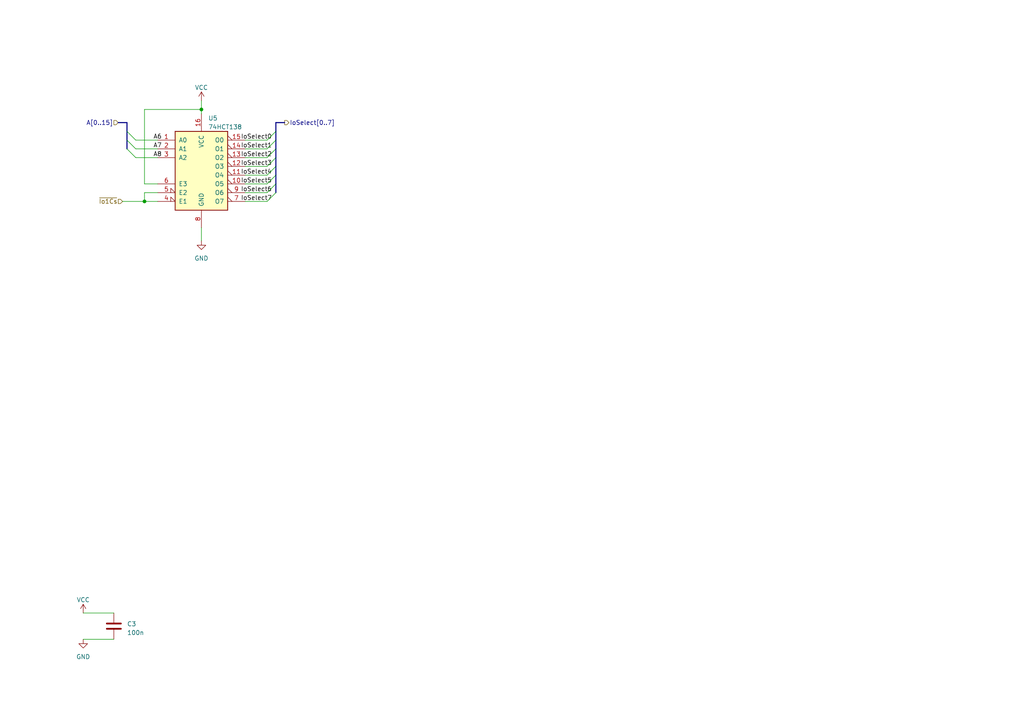
<source format=kicad_sch>
(kicad_sch (version 20230121) (generator eeschema)
  (paper "A4")
  (lib_symbols
    (symbol "74xx:74LS138" (pin_names (offset 1.016))
      (property "Reference" "U" (at -7.62 11.43 0))
      (property "Value" "74LS138" (at -7.62 -13.97 0))
      (symbol "74LS138_1_0"
        (pin input line (at -12.7 7.62 0) (length 5.08) (name "A0") (number "1"))
        (pin output output_low (at 12.7 -5.08 180) (length 5.08) (name "O5") (number "10"))
        (pin output output_low (at 12.7 -2.54 180) (length 5.08) (name "O4") (number "11"))
        (pin output output_low (at 12.7 0 180) (length 5.08) (name "O3") (number "12"))
        (pin output output_low (at 12.7 2.54 180) (length 5.08) (name "O2") (number "13"))
        (pin output output_low (at 12.7 5.08 180) (length 5.08) (name "O1") (number "14"))
        (pin output output_low (at 12.7 7.62 180) (length 5.08) (name "O0") (number "15"))
        (pin power_in line (at 0 15.24 270) (length 5.08) (name "VCC") (number "16"))
        (pin input line (at -12.7 5.08 0) (length 5.08) (name "A1") (number "2"))
        (pin input line (at -12.7 2.54 0) (length 5.08) (name "A2") (number "3"))
        (pin input input_low (at -12.7 -10.16 0) (length 5.08) (name "E1") (number "4"))
        (pin input input_low (at -12.7 -7.62 0) (length 5.08) (name "E2") (number "5"))
        (pin input line (at -12.7 -5.08 0) (length 5.08) (name "E3") (number "6"))
        (pin output output_low (at 12.7 -10.16 180) (length 5.08) (name "O7") (number "7"))
        (pin power_in line (at 0 -17.78 90) (length 5.08) (name "GND") (number "8"))
        (pin output output_low (at 12.7 -7.62 180) (length 5.08) (name "O6") (number "9"))
      )
      (symbol "74LS138_1_1"
        (rectangle (start -7.62 10.16) (end 7.62 -12.7) (stroke (width 0.254)) (fill (type background)))
      )
    )
    (symbol "Device:C" (pin_numbers hide) (pin_names (offset 0.254))
      (property "Reference" "C" (at 0.635 2.54 0))
      (property "Value" "C" (at 0.635 -2.54 0))
      (symbol "C_0_1"
        (polyline (pts (xy -2.032 -0.762) (xy 2.032 -0.762)) (stroke (width 0.508)))
        (polyline (pts (xy -2.032 0.762) (xy 2.032 0.762)) (stroke (width 0.508)))
      )
      (symbol "C_1_1"
        (pin passive line (at 0 3.81 270) (length 2.794) (name "~") (number "1"))
        (pin passive line (at 0 -3.81 90) (length 2.794) (name "~") (number "2"))
      )
    )
    (symbol "power:GND" (power) (pin_names (offset 0))
      (property "Value" "GND" (at 0 -3.81 0))
      (symbol "GND_0_1"
        (polyline (pts (xy 0 0) (xy 0 -1.27) (xy 1.27 -1.27) (xy 0 -2.54) (xy -1.27 -1.27) (xy 0 -1.27)))
      )
      (symbol "GND_1_1"
        (pin power_in line (at 0 0 270) (length 0) hide (name "GND") (number "1"))
      )
    )
    (symbol "power:VCC" (power) (pin_names (offset 0))
      (property "Value" "VCC" (at 0 3.81 0))
      (symbol "VCC_0_1"
        (polyline (pts (xy -0.762 1.27) (xy 0 2.54)))
        (polyline (pts (xy 0 0) (xy 0 2.54)))
        (polyline (pts (xy 0 2.54) (xy 0.762 1.27)))
      )
      (symbol "VCC_1_1"
        (pin power_in line (at 0 0 90) (length 0) hide (name "VCC") (number "1"))
      )
    )
  )
  (junction (at 58.42 31.75))
  (junction (at 41.91 58.42))
  (bus_entry (at 80.01 55.88) (size -2.54 2.54))
  (bus_entry (at 80.01 38.1) (size -2.54 2.54))
  (bus_entry (at 36.83 40.64) (size 2.54 2.54))
  (bus_entry (at 80.01 48.26) (size -2.54 2.54))
  (bus_entry (at 36.83 43.18) (size 2.54 2.54))
  (bus_entry (at 80.01 43.18) (size -2.54 2.54))
  (bus_entry (at 80.01 40.64) (size -2.54 2.54))
  (bus_entry (at 36.83 38.1) (size 2.54 2.54))
  (bus_entry (at 80.01 50.8) (size -2.54 2.54))
  (bus_entry (at 80.01 45.72) (size -2.54 2.54))
  (bus_entry (at 80.01 53.34) (size -2.54 2.54))
  (bus (pts (xy 80.01 40.64) (xy 80.01 43.18)))
  (wire (pts (xy 71.12 53.34) (xy 77.47 53.34)))
  (bus (pts (xy 80.01 48.26) (xy 80.01 50.8)))
  (wire (pts (xy 71.12 43.18) (xy 77.47 43.18)))
  (bus (pts (xy 36.83 40.64) (xy 36.83 43.18)))
  (wire (pts (xy 71.12 50.8) (xy 77.47 50.8)))
  (bus (pts (xy 80.01 35.56) (xy 80.01 38.1)))
  (wire (pts (xy 24.13 177.8) (xy 33.02 177.8)))
  (bus (pts (xy 36.83 38.1) (xy 36.83 40.64)))
  (wire (pts (xy 41.91 53.34) (xy 41.91 31.75)))
  (wire (pts (xy 39.37 43.18) (xy 45.72 43.18)))
  (wire (pts (xy 58.42 66.04) (xy 58.42 69.85)))
  (wire (pts (xy 71.12 40.64) (xy 77.47 40.64)))
  (bus (pts (xy 80.01 43.18) (xy 80.01 45.72)))
  (wire (pts (xy 45.72 53.34) (xy 41.91 53.34)))
  (bus (pts (xy 82.55 35.56) (xy 80.01 35.56)))
  (wire (pts (xy 41.91 55.88) (xy 41.91 58.42)))
  (bus (pts (xy 80.01 38.1) (xy 80.01 40.64)))
  (bus (pts (xy 80.01 45.72) (xy 80.01 48.26)))
  (wire (pts (xy 35.56 58.42) (xy 41.91 58.42)))
  (wire (pts (xy 71.12 45.72) (xy 77.47 45.72)))
  (wire (pts (xy 45.72 55.88) (xy 41.91 55.88)))
  (wire (pts (xy 71.12 55.88) (xy 77.47 55.88)))
  (wire (pts (xy 41.91 31.75) (xy 58.42 31.75)))
  (wire (pts (xy 71.12 48.26) (xy 77.47 48.26)))
  (wire (pts (xy 71.12 58.42) (xy 77.47 58.42)))
  (wire (pts (xy 41.91 58.42) (xy 45.72 58.42)))
  (bus (pts (xy 34.29 35.56) (xy 36.83 35.56)))
  (bus (pts (xy 36.83 35.56) (xy 36.83 38.1)))
  (wire (pts (xy 39.37 45.72) (xy 45.72 45.72)))
  (wire (pts (xy 58.42 31.75) (xy 58.42 33.02)))
  (bus (pts (xy 80.01 53.34) (xy 80.01 55.88)))
  (bus (pts (xy 80.01 50.8) (xy 80.01 53.34)))
  (wire (pts (xy 58.42 29.21) (xy 58.42 31.75)))
  (wire (pts (xy 24.13 185.42) (xy 33.02 185.42)))
  (wire (pts (xy 39.37 40.64) (xy 45.72 40.64)))
  (label "A8" (at 44.45 45.72 0))
  (label "IoSelect5" (at 69.85 53.34 0))
  (label "A6" (at 44.45 40.64 0))
  (label "IoSelect1" (at 69.85 43.18 0))
  (label "IoSelect0" (at 69.85 40.64 0))
  (label "IoSelect2" (at 69.85 45.72 0))
  (label "IoSelect4" (at 69.85 50.8 0))
  (label "IoSelect7" (at 69.85 58.42 0))
  (label "IoSelect6" (at 69.85 55.88 0))
  (label "A7" (at 44.45 43.18 0))
  (label "IoSelect3" (at 69.85 48.26 0))
  (hierarchical_label "A[0..15]" (shape input) (at 34.29 35.56 180))
  (hierarchical_label "~{Io1Cs}" (shape input) (at 35.56 58.42 180))
  (hierarchical_label "IoSelect[0..7]" (shape output) (at 82.55 35.56 0))
  (symbol (lib_id "power:GND") (at 58.42 69.85 0) (unit 1)
    (property "Reference" "#PWR012" (effects hide))
    (property "Value" "GND" (at 58.42 74.93 0))
    (instances (project "main-board" (path "" (reference "#PWR012") (unit 1)) (path "" (reference "#PWR014") (unit 1)) (path "" (reference "#PWR035") (unit 1))))
  )
  (symbol (lib_id "power:GND") (at 24.13 185.42 0) (unit 1)
    (property "Reference" "#PWR010" (effects hide))
    (property "Value" "GND" (at 24.13 190.5 0))
    (instances (project "main-board" (path "" (reference "#PWR010") (unit 1)) (path "" (reference "#PWR016") (unit 1)) (path "" (reference "#PWR033") (unit 1))))
  )
  (symbol (lib_id "74xx:74LS138") (at 58.42 48.26 0) (unit 1)
    (property "Reference" "U5" (at 60.3759 34.29 0) (effects (justify left)))
    (property "Value" "74HCT138" (at 60.3759 36.83 0) (effects (justify left)))
    (property "Footprint" "Package_DIP:DIP-16_W7.62mm" (effects hide))
    (property "Datasheet" "http://www.ti.com/lit/gpn/sn74LS138" (effects hide))
    (instances (project "main-board" (path "" (reference "U5") (unit 1)) (path "" (reference "U13") (unit 1))))
  )
  (symbol (lib_id "power:VCC") (at 24.13 177.8 0) (unit 1)
    (property "Reference" "#PWR09" (effects hide))
    (property "Value" "VCC" (at 24.13 173.99 0))
    (instances (project "main-board" (path "" (reference "#PWR09") (unit 1)) (path "" (reference "#PWR015") (unit 1)) (path "" (reference "#PWR032") (unit 1))))
  )
  (symbol (lib_id "power:VCC") (at 58.42 29.21 0) (unit 1)
    (property "Reference" "#PWR011" (effects hide))
    (property "Value" "VCC" (at 58.42 25.4 0))
    (instances (project "main-board" (path "" (reference "#PWR011") (unit 1)) (path "" (reference "#PWR013") (unit 1)) (path "" (reference "#PWR034") (unit 1))))
  )
  (symbol (lib_id "Device:C") (at 33.02 181.61 0) (unit 1)
    (property "Reference" "C3" (at 36.83 180.975 0) (effects (justify left)))
    (property "Value" "100n" (at 36.83 183.515 0) (effects (justify left)))
    (property "Footprint" "Capacitor_THT:C_Disc_D6.0mm_W2.5mm_P5.00mm" (effects hide))
    (instances (project "main-board" (path "" (reference "C3") (unit 1)) (path "" (reference "C4") (unit 1)) (path "" (reference "C7") (unit 1)) (path "" (reference "C8") (unit 1))))
  )
)
</source>
